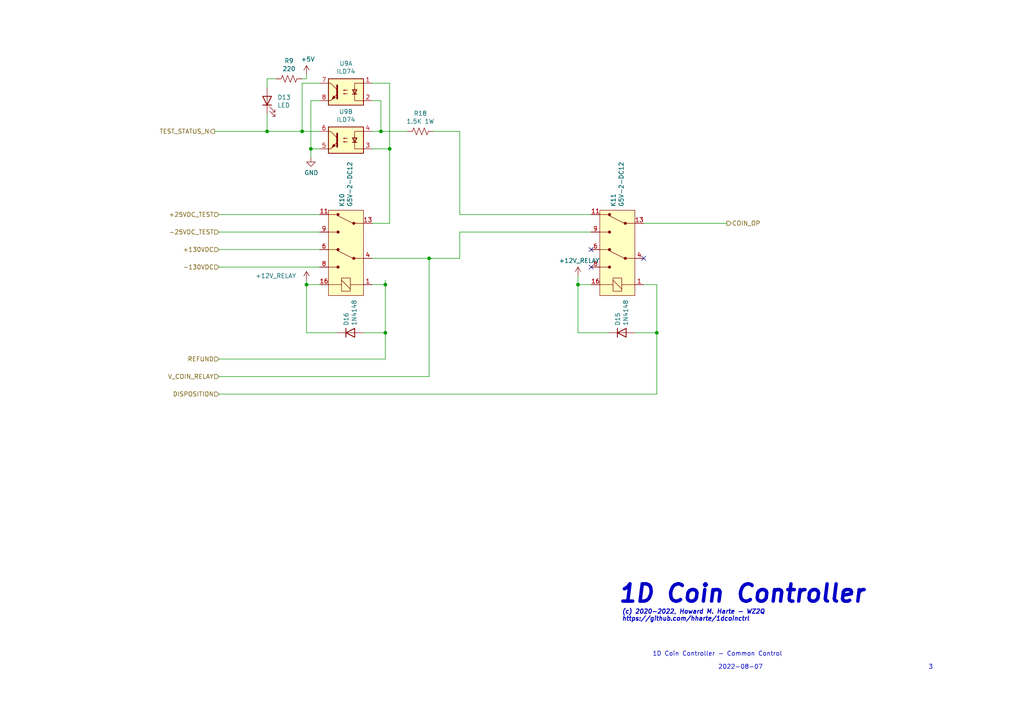
<source format=kicad_sch>
(kicad_sch (version 20211123) (generator eeschema)
  (paper "A4")
  (lib_symbols
    (symbol "1d_coinctrl_r2-rescue:+12V_RELAY-power" (power) (pin_names (offset 0))
      (property "Value" "+12V_RELAY-power" (at 0 3.556 0))
      (symbol "+12V_RELAY-power_0_1"
        (polyline (pts (xy -0.762 1.27) (xy 0 2.54)))
        (polyline (pts (xy 0 0) (xy 0 2.54)))
        (polyline (pts (xy 0 2.54) (xy 0.762 1.27)))
      )
      (symbol "+12V_RELAY-power_1_1"
        (pin power_in line (at 0 0 90) (length 0) hide (name "+12V_RELAY") (number "1"))
      )
    )
    (symbol "1d_coinctrl_r2-rescue:G5V-2-DC12-dk_Signal-Relays-Up-to-2-Amps" (pin_names (offset 1.016) hide)
      (property "Reference" "RLY" (at -15.875 6.35 0))
      (property "Value" "G5V-2-DC12-dk_Signal-Relays-Up-to-2-Amps" (at -14.986 4.826 90))
      (symbol "G5V-2-DC12-dk_Signal-Relays-Up-to-2-Amps_0_1"
        (rectangle (start -13.335 5.08) (end 11.43 -5.08) (fill (type background)))
        (rectangle (start -12.065 1.27) (end -8.255 -1.27))
        (circle (center -5.08 2.286) (radius 0.3556) (fill (type outline)))
        (circle (center -2.54 -2.286) (radius 0.3556) (fill (type outline)))
        (polyline (pts (xy -11.43 -1.27) (xy -8.89 1.27)))
        (polyline (pts (xy -10.16 -1.27) (xy -10.16 -5.08)))
        (polyline (pts (xy -10.16 5.08) (xy -10.16 1.27)))
        (polyline (pts (xy -5.08 5.08) (xy -5.08 2.54)))
        (polyline (pts (xy -2.54 -5.08) (xy -2.54 -2.54)))
        (polyline (pts (xy -2.54 -2.032) (xy -0.254 2.54)))
        (polyline (pts (xy 0 5.08) (xy 0 2.54)))
        (polyline (pts (xy 5.08 5.08) (xy 5.08 2.54)))
        (polyline (pts (xy 7.62 -5.08) (xy 7.62 -2.54)))
        (polyline (pts (xy 7.62 -2.032) (xy 9.906 2.54)))
        (polyline (pts (xy 10.16 5.08) (xy 10.16 2.54)))
        (circle (center 0 2.286) (radius 0.3556) (fill (type outline)))
        (circle (center 5.08 2.286) (radius 0.3556) (fill (type outline)))
        (circle (center 7.62 -2.286) (radius 0.3556) (fill (type outline)))
        (circle (center 10.16 2.286) (radius 0.3556) (fill (type outline)))
      )
      (symbol "G5V-2-DC12-dk_Signal-Relays-Up-to-2-Amps_1_1"
        (pin passive line (at -10.16 -7.62 90) (length 2.54) (name "COIL") (number "1"))
        (pin passive line (at 10.16 7.62 270) (length 2.54) (name "NC2") (number "11"))
        (pin passive line (at 7.62 -7.62 90) (length 2.54) (name "COM2") (number "13"))
        (pin passive line (at -10.16 7.62 270) (length 2.54) (name "COIL") (number "16"))
        (pin passive line (at -2.54 -7.62 90) (length 2.54) (name "COM1") (number "4"))
        (pin passive line (at 0 7.62 270) (length 2.54) (name "NC1") (number "6"))
        (pin passive line (at -5.08 7.62 270) (length 2.54) (name "NO1") (number "8"))
        (pin passive line (at 5.08 7.62 270) (length 2.54) (name "NO2") (number "9"))
      )
    )
    (symbol "Device:LED" (pin_numbers hide) (pin_names (offset 1.016) hide)
      (property "Reference" "D" (at 0 2.54 0))
      (property "Value" "LED" (at 0 -2.54 0))
      (symbol "LED_0_1"
        (polyline (pts (xy -1.27 -1.27) (xy -1.27 1.27)) (stroke (width 0.254)))
        (polyline (pts (xy -1.27 0) (xy 1.27 0)))
        (polyline (pts (xy 1.27 -1.27) (xy 1.27 1.27) (xy -1.27 0) (xy 1.27 -1.27)) (stroke (width 0.254)))
        (polyline (pts (xy -3.048 -0.762) (xy -4.572 -2.286) (xy -3.81 -2.286) (xy -4.572 -2.286) (xy -4.572 -1.524)))
        (polyline (pts (xy -1.778 -0.762) (xy -3.302 -2.286) (xy -2.54 -2.286) (xy -3.302 -2.286) (xy -3.302 -1.524)))
      )
      (symbol "LED_1_1"
        (pin passive line (at -3.81 0 0) (length 2.54) (name "K") (number "1"))
        (pin passive line (at 3.81 0 180) (length 2.54) (name "A") (number "2"))
      )
    )
    (symbol "Device:R_US" (pin_numbers hide) (pin_names (offset 0))
      (property "Reference" "R" (at 2.54 0 90))
      (property "Value" "R_US" (at -2.54 0 90))
      (symbol "R_US_0_1"
        (polyline (pts (xy 0 -2.286) (xy 0 -2.54)))
        (polyline (pts (xy 0 2.286) (xy 0 2.54)))
        (polyline (pts (xy 0 -0.762) (xy 1.016 -1.143) (xy 0 -1.524) (xy -1.016 -1.905) (xy 0 -2.286)))
        (polyline (pts (xy 0 0.762) (xy 1.016 0.381) (xy 0 0) (xy -1.016 -0.381) (xy 0 -0.762)))
        (polyline (pts (xy 0 2.286) (xy 1.016 1.905) (xy 0 1.524) (xy -1.016 1.143) (xy 0 0.762)))
      )
      (symbol "R_US_1_1"
        (pin passive line (at 0 3.81 270) (length 1.27) (name "~") (number "1"))
        (pin passive line (at 0 -3.81 90) (length 1.27) (name "~") (number "2"))
      )
    )
    (symbol "Diode:1N4148" (pin_numbers hide) (pin_names (offset 1.016) hide)
      (property "Reference" "D" (at 0 2.54 0))
      (property "Value" "1N4148" (at 0 -2.54 0))
      (symbol "1N4148_0_1"
        (polyline (pts (xy -1.27 1.27) (xy -1.27 -1.27)) (stroke (width 0.254)))
        (polyline (pts (xy 1.27 0) (xy -1.27 0)))
        (polyline (pts (xy 1.27 1.27) (xy 1.27 -1.27) (xy -1.27 0) (xy 1.27 1.27)) (stroke (width 0.254)))
      )
      (symbol "1N4148_1_1"
        (pin passive line (at -3.81 0 0) (length 2.54) (name "K") (number "1"))
        (pin passive line (at 3.81 0 180) (length 2.54) (name "A") (number "2"))
      )
    )
    (symbol "Isolator:ILD74" (pin_names (offset 1.016))
      (property "Reference" "U" (at -5.08 5.08 0))
      (property "Value" "ILD74" (at 0 5.08 0))
      (symbol "ILD74_0_1"
        (rectangle (start -5.08 3.81) (end 5.08 -3.81) (stroke (width 0.254)) (fill (type background)))
        (polyline (pts (xy -3.175 -0.635) (xy -1.905 -0.635)) (stroke (width 0.254)))
        (polyline (pts (xy 2.54 0.635) (xy 4.445 2.54)))
        (polyline (pts (xy 4.445 -2.54) (xy 2.54 -0.635)) (fill (type outline)))
        (polyline (pts (xy 4.445 -2.54) (xy 5.08 -2.54)))
        (polyline (pts (xy 4.445 2.54) (xy 5.08 2.54)))
        (polyline (pts (xy -5.08 2.54) (xy -2.54 2.54) (xy -2.54 0.635)))
        (polyline (pts (xy 2.54 1.905) (xy 2.54 -1.905) (xy 2.54 -1.905)) (stroke (width 0.508)))
        (polyline (pts (xy -2.54 -0.635) (xy -3.175 0.635) (xy -1.905 0.635) (xy -2.54 -0.635)) (stroke (width 0.254)))
        (polyline (pts (xy -2.54 -0.635) (xy -2.54 1.27) (xy -2.54 -2.54) (xy -5.08 -2.54)))
        (polyline (pts (xy -0.508 -0.508) (xy 0.762 -0.508) (xy 0.381 -0.635) (xy 0.381 -0.381) (xy 0.762 -0.508)))
        (polyline (pts (xy -0.508 0.508) (xy 0.762 0.508) (xy 0.381 0.381) (xy 0.381 0.635) (xy 0.762 0.508)))
        (polyline (pts (xy 3.048 -1.651) (xy 3.556 -1.143) (xy 4.064 -2.159) (xy 3.048 -1.651) (xy 3.048 -1.651)) (fill (type outline)))
      )
      (symbol "ILD74_1_1"
        (pin passive line (at -7.62 2.54 0) (length 2.54) (name "~") (number "1"))
        (pin passive line (at -7.62 -2.54 0) (length 2.54) (name "~") (number "2"))
        (pin passive line (at 7.62 2.54 180) (length 2.54) (name "~") (number "7"))
        (pin passive line (at 7.62 -2.54 180) (length 2.54) (name "~") (number "8"))
      )
      (symbol "ILD74_2_1"
        (pin passive line (at -7.62 -2.54 0) (length 2.54) (name "~") (number "3"))
        (pin passive line (at -7.62 2.54 0) (length 2.54) (name "~") (number "4"))
        (pin passive line (at 7.62 -2.54 180) (length 2.54) (name "~") (number "5"))
        (pin passive line (at 7.62 2.54 180) (length 2.54) (name "~") (number "6"))
      )
    )
    (symbol "power:+5V" (power) (pin_names (offset 0))
      (property "Value" "+5V" (at 0 3.556 0))
      (symbol "+5V_0_1"
        (polyline (pts (xy -0.762 1.27) (xy 0 2.54)))
        (polyline (pts (xy 0 0) (xy 0 2.54)))
        (polyline (pts (xy 0 2.54) (xy 0.762 1.27)))
      )
      (symbol "+5V_1_1"
        (pin power_in line (at 0 0 90) (length 0) hide (name "+5V") (number "1"))
      )
    )
    (symbol "power:GND" (power) (pin_names (offset 0))
      (property "Value" "GND" (at 0 -3.81 0))
      (symbol "GND_0_1"
        (polyline (pts (xy 0 0) (xy 0 -1.27) (xy 1.27 -1.27) (xy 0 -2.54) (xy -1.27 -1.27) (xy 0 -1.27)))
      )
      (symbol "GND_1_1"
        (pin power_in line (at 0 0 270) (length 0) hide (name "GND") (number "1"))
      )
    )
  )
  (junction (at 90.17 43.18))
  (junction (at 167.64 82.55))
  (junction (at 190.5 96.52))
  (junction (at 88.9 82.55))
  (junction (at 124.46 74.93))
  (junction (at 110.49 38.1))
  (junction (at 87.63 38.1))
  (junction (at 111.76 82.55))
  (junction (at 113.03 43.18))
  (junction (at 77.47 38.1))
  (junction (at 111.76 96.52))
  (no_connect (at 171.45 77.47))
  (no_connect (at 186.69 74.93))
  (no_connect (at 171.45 72.39))
  (wire (pts (xy 184.15 96.52) (xy 190.5 96.52)))
  (wire (pts (xy 90.17 45.72) (xy 90.17 43.18)))
  (wire (pts (xy 87.63 38.1) (xy 87.63 24.13)))
  (wire (pts (xy 63.5 109.22) (xy 124.46 109.22)))
  (wire (pts (xy 92.71 67.31) (xy 63.5 67.31)))
  (wire (pts (xy 111.76 82.55) (xy 111.76 96.52)))
  (wire (pts (xy 77.47 38.1) (xy 87.63 38.1)))
  (wire (pts (xy 133.35 62.23) (xy 133.35 38.1)))
  (wire (pts (xy 186.69 64.77) (xy 210.82 64.77)))
  (wire (pts (xy 88.9 96.52) (xy 97.79 96.52)))
  (wire (pts (xy 133.35 74.93) (xy 124.46 74.93)))
  (wire (pts (xy 110.49 29.21) (xy 107.95 29.21)))
  (wire (pts (xy 90.17 29.21) (xy 92.71 29.21)))
  (wire (pts (xy 88.9 22.86) (xy 88.9 21.59)))
  (wire (pts (xy 87.63 24.13) (xy 92.71 24.13)))
  (wire (pts (xy 90.17 43.18) (xy 90.17 29.21)))
  (wire (pts (xy 176.53 96.52) (xy 167.64 96.52)))
  (wire (pts (xy 124.46 74.93) (xy 124.46 109.22)))
  (wire (pts (xy 171.45 62.23) (xy 133.35 62.23)))
  (wire (pts (xy 125.73 38.1) (xy 133.35 38.1)))
  (wire (pts (xy 63.5 114.3) (xy 190.5 114.3)))
  (wire (pts (xy 113.03 24.13) (xy 113.03 43.18)))
  (wire (pts (xy 113.03 24.13) (xy 107.95 24.13)))
  (wire (pts (xy 88.9 82.55) (xy 88.9 81.28)))
  (wire (pts (xy 92.71 82.55) (xy 88.9 82.55)))
  (wire (pts (xy 87.63 22.86) (xy 88.9 22.86)))
  (wire (pts (xy 124.46 74.93) (xy 107.95 74.93)))
  (wire (pts (xy 105.41 96.52) (xy 111.76 96.52)))
  (wire (pts (xy 111.76 96.52) (xy 111.76 104.14)))
  (wire (pts (xy 190.5 96.52) (xy 190.5 82.55)))
  (wire (pts (xy 77.47 22.86) (xy 80.01 22.86)))
  (wire (pts (xy 63.5 104.14) (xy 111.76 104.14)))
  (wire (pts (xy 167.64 82.55) (xy 167.64 80.01)))
  (wire (pts (xy 87.63 38.1) (xy 92.71 38.1)))
  (wire (pts (xy 167.64 82.55) (xy 171.45 82.55)))
  (wire (pts (xy 107.95 82.55) (xy 111.76 82.55)))
  (wire (pts (xy 92.71 72.39) (xy 63.5 72.39)))
  (wire (pts (xy 92.71 62.23) (xy 63.5 62.23)))
  (wire (pts (xy 110.49 38.1) (xy 110.49 29.21)))
  (wire (pts (xy 113.03 64.77) (xy 107.95 64.77)))
  (wire (pts (xy 167.64 96.52) (xy 167.64 82.55)))
  (wire (pts (xy 92.71 77.47) (xy 63.5 77.47)))
  (wire (pts (xy 88.9 82.55) (xy 88.9 96.52)))
  (wire (pts (xy 133.35 67.31) (xy 133.35 74.93)))
  (wire (pts (xy 111.76 82.55) (xy 111.76 81.28)))
  (wire (pts (xy 190.5 114.3) (xy 190.5 96.52)))
  (wire (pts (xy 62.23 38.1) (xy 77.47 38.1)))
  (wire (pts (xy 113.03 43.18) (xy 107.95 43.18)))
  (wire (pts (xy 90.17 43.18) (xy 92.71 43.18)))
  (wire (pts (xy 110.49 38.1) (xy 118.11 38.1)))
  (wire (pts (xy 77.47 25.4) (xy 77.47 22.86)))
  (wire (pts (xy 113.03 43.18) (xy 113.03 64.77)))
  (wire (pts (xy 107.95 38.1) (xy 110.49 38.1)))
  (wire (pts (xy 77.47 38.1) (xy 77.47 33.02)))
  (wire (pts (xy 186.69 82.55) (xy 190.5 82.55)))
  (wire (pts (xy 133.35 67.31) (xy 171.45 67.31)))
  (text "1D Coin Controller" (at 179.07 175.26 0) (effects (font (size 5.0038 5.0038) (thickness 1.0008) bold italic) (justify left bottom)))
  (text "3" (at 269.24 194.31 0) (effects (font (size 1.27 1.27)) (justify left bottom)))
  (text "(c) 2020-2022, Howard M. Harte - WZ2Q\nhttps://github.com/hharte/1dcoinctrl" (at 180.34 180.34 0) (effects (font (size 1.27 1.27) (thickness 0.254) bold italic) (justify left bottom)))
  (text "1D Coin Controller - Common Control" (at 189.23 190.5 0) (effects (font (size 1.27 1.27)) (justify left bottom)))
  (text "2022-08-07" (at 208.28 194.31 0) (effects (font (size 1.27 1.27)) (justify left bottom)))
  (hierarchical_label "-130VDC" (shape input) (at 63.5 77.47 180))
  (hierarchical_label "DISPOSITION" (shape input) (at 63.5 114.3 180))
  (hierarchical_label "-25VDC_TEST" (shape input) (at 63.5 67.31 180))
  (hierarchical_label "REFUND" (shape input) (at 63.5 104.14 180))
  (hierarchical_label "COIN_OP" (shape output) (at 210.82 64.77 0))
  (hierarchical_label "+130VDC" (shape input) (at 63.5 72.39 180))
  (hierarchical_label "V_COIN_RELAY" (shape input) (at 63.5 109.22 180))
  (hierarchical_label "+25VDC_TEST" (shape input) (at 63.5 62.23 180))
  (hierarchical_label "TEST_STATUS_N" (shape output) (at 62.23 38.1 180))
  (symbol (lib_id "1d_coinctrl_r2-rescue:G5V-2-DC12-dk_Signal-Relays-Up-to-2-Amps") (at 100.33 72.39 90) (unit 1)
    (property "Reference" "K10" (at 99.1616 59.9948 0) (effects (justify left)))
    (property "Value" "G5V-2-DC12" (at 101.473 59.9948 0) (effects (justify left)))
    (property "Footprint" "digikey-footprints:Relay_THT_G5V-2" (effects hide))
    (property "Datasheet" "http://omronfs.omron.com/en_US/ecb/products/pdf/en-g5v_2.pdf" (effects hide))
    (property "Digi-Key_PN" "Z768-ND" (effects hide))
    (property "MPN" "G5V-2-DC12" (effects hide))
    (property "Category" "Relays" (effects hide))
    (property "Family" "Signal Relays, Up to 2 Amps" (effects hide))
    (property "DK_Datasheet_Link" "http://omronfs.omron.com/en_US/ecb/products/pdf/en-g5v_2.pdf" (effects hide))
    (property "DK_Detail_Page" "/product-detail/en/omron-electronics-inc-emc-div/G5V-2-DC12/Z768-ND/87821" (effects hide))
    (property "Description" "RELAY GEN PURPOSE DPDT 2A 12V" (effects hide))
    (property "Manufacturer" "Omron Electronics Inc-EMC Div" (effects hide))
    (property "Status" "Active" (effects hide))
  )
  (symbol (lib_id "1d_coinctrl_r2-rescue:+12V_RELAY-power") (at 88.9 81.28 0) (unit 1)
    (property "Reference" "#12V_RELAY0102" (effects hide))
    (property "Value" "+12V_RELAY" (at 80.01 80.01 0))
  )
  (symbol (lib_id "Diode:1N4148") (at 101.6 96.52 0) (unit 1)
    (property "Reference" "D16" (at 100.4316 94.5134 90) (effects (justify left)))
    (property "Value" "1N4148" (at 102.743 94.5134 90) (effects (justify left)))
    (property "Footprint" "Diode_THT:D_DO-35_SOD27_P7.62mm_Horizontal" (effects hide))
    (property "Datasheet" "http://www.nxp.com/documents/data_sheet/1N4148_1N4448.pdf" (effects hide))
  )
  (symbol (lib_id "1d_coinctrl_r2-rescue:G5V-2-DC12-dk_Signal-Relays-Up-to-2-Amps") (at 179.07 72.39 90) (unit 1)
    (property "Reference" "K11" (at 177.9016 59.9948 0) (effects (justify left)))
    (property "Value" "G5V-2-DC12" (at 180.213 59.9948 0) (effects (justify left)))
    (property "Footprint" "digikey-footprints:Relay_THT_G5V-2" (effects hide))
    (property "Datasheet" "http://omronfs.omron.com/en_US/ecb/products/pdf/en-g5v_2.pdf" (effects hide))
    (property "Digi-Key_PN" "Z768-ND" (effects hide))
    (property "MPN" "G5V-2-DC12" (effects hide))
    (property "Category" "Relays" (effects hide))
    (property "Family" "Signal Relays, Up to 2 Amps" (effects hide))
    (property "DK_Datasheet_Link" "http://omronfs.omron.com/en_US/ecb/products/pdf/en-g5v_2.pdf" (effects hide))
    (property "DK_Detail_Page" "/product-detail/en/omron-electronics-inc-emc-div/G5V-2-DC12/Z768-ND/87821" (effects hide))
    (property "Description" "RELAY GEN PURPOSE DPDT 2A 12V" (effects hide))
    (property "Manufacturer" "Omron Electronics Inc-EMC Div" (effects hide))
    (property "Status" "Active" (effects hide))
  )
  (symbol (lib_id "1d_coinctrl_r2-rescue:+12V_RELAY-power") (at 167.64 80.01 0) (unit 1)
    (property "Reference" "#PWR031" (effects hide))
    (property "Value" "+12V_RELAY" (at 168.021 75.6158 0))
  )
  (symbol (lib_id "Diode:1N4148") (at 180.34 96.52 0) (unit 1)
    (property "Reference" "D15" (at 179.1716 94.5134 90) (effects (justify left)))
    (property "Value" "1N4148" (at 181.483 94.5134 90) (effects (justify left)))
    (property "Footprint" "Diode_THT:D_DO-35_SOD27_P7.62mm_Horizontal" (effects hide))
    (property "Datasheet" "http://www.nxp.com/documents/data_sheet/1N4148_1N4448.pdf" (effects hide))
  )
  (symbol (lib_id "Device:R_US") (at 83.82 22.86 270) (unit 1)
    (property "Reference" "R9" (at 83.82 17.653 90))
    (property "Value" "220" (at 83.82 19.9644 90))
    (property "Footprint" "Resistor_THT:R_Axial_DIN0207_L6.3mm_D2.5mm_P7.62mm_Horizontal" (effects hide))
  )
  (symbol (lib_id "Device:LED") (at 77.47 29.21 90) (unit 1)
    (property "Reference" "D13" (at 80.4418 28.2448 90) (effects (justify right)))
    (property "Value" "LED" (at 80.4418 30.5562 90) (effects (justify right)))
    (property "Footprint" "LED_THT:LED_D5.0mm" (effects hide))
  )
  (symbol (lib_id "power:+5V") (at 88.9 21.59 0) (unit 1)
    (property "Reference" "#PWR028" (effects hide))
    (property "Value" "+5V" (at 89.281 17.1958 0))
  )
  (symbol (lib_id "Device:R_US") (at 121.92 38.1 270) (unit 1)
    (property "Reference" "R18" (at 121.92 32.893 90))
    (property "Value" "1.5K 1W" (at 121.92 35.2044 90))
    (property "Footprint" "Resistor_THT:R_Axial_DIN0207_L6.3mm_D2.5mm_P10.16mm_Horizontal" (effects hide))
  )
  (symbol (lib_id "Isolator:ILD74") (at 100.33 40.64 0) (mirror y) (unit 2)
    (property "Reference" "U9" (at 100.33 32.385 0))
    (property "Value" "ILD74" (at 100.33 34.6964 0))
    (property "Footprint" "Package_DIP:DIP-8_W7.62mm_Socket" (effects hide))
    (property "Datasheet" "https://www.vishay.com/docs/83640/ild74.pdf" (effects hide))
  )
  (symbol (lib_id "power:GND") (at 90.17 45.72 0) (unit 1)
    (property "Reference" "#PWR0129" (effects hide))
    (property "Value" "GND" (at 90.297 50.1142 0))
  )
  (symbol (lib_id "Isolator:ILD74") (at 100.33 26.67 0) (mirror y) (unit 1)
    (property "Reference" "U9" (at 100.33 18.415 0))
    (property "Value" "ILD74" (at 100.33 20.7264 0))
    (property "Footprint" "Package_DIP:DIP-8_W7.62mm_Socket" (effects hide))
    (property "Datasheet" "https://www.vishay.com/docs/83640/ild74.pdf" (effects hide))
  )
)
</source>
